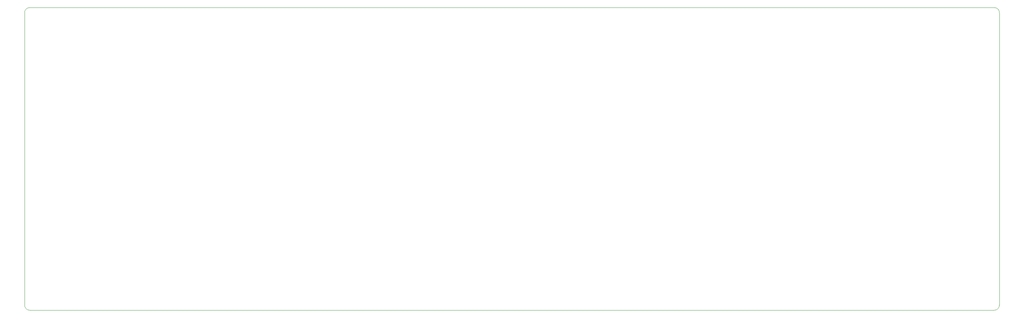
<source format=gbr>
G04 (created by PCBNEW (2013-07-07 BZR 4022)-stable) date 7/6/2014 3:39:49 PM*
%MOIN*%
G04 Gerber Fmt 3.4, Leading zero omitted, Abs format*
%FSLAX34Y34*%
G01*
G70*
G90*
G04 APERTURE LIST*
%ADD10C,0.00590551*%
%ADD11C,0.00390157*%
G04 APERTURE END LIST*
G54D10*
G54D11*
X123700Y-60000D02*
X123700Y-60100D01*
X28500Y-60000D02*
X28500Y-60100D01*
X123000Y-60600D02*
X123200Y-60600D01*
X123000Y-31000D02*
X123200Y-31000D01*
X123000Y-60600D02*
X29000Y-60600D01*
X123700Y-31500D02*
X123700Y-60000D01*
X29000Y-31000D02*
X123000Y-31000D01*
X28500Y-60000D02*
X28500Y-31500D01*
X123700Y-31500D02*
G75*
G03X123200Y-31000I-500J0D01*
G74*
G01*
X123200Y-60600D02*
G75*
G03X123700Y-60100I0J500D01*
G74*
G01*
X28500Y-60100D02*
G75*
G03X29000Y-60600I500J0D01*
G74*
G01*
X29000Y-31000D02*
G75*
G03X28500Y-31500I0J-500D01*
G74*
G01*
M02*

</source>
